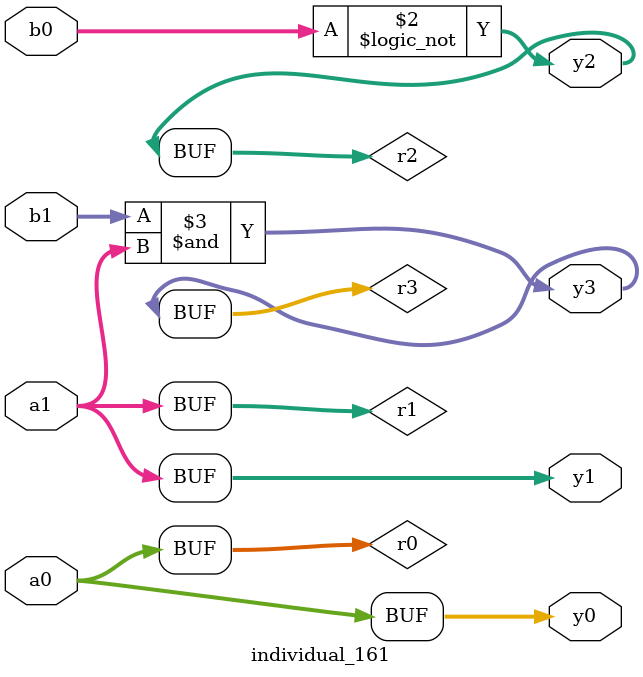
<source format=sv>
module individual_161(input logic [15:0] a1, input logic [15:0] a0, input logic [15:0] b1, input logic [15:0] b0, output logic [15:0] y3, output logic [15:0] y2, output logic [15:0] y1, output logic [15:0] y0);
logic [15:0] r0, r1, r2, r3; 
 always@(*) begin 
	 r0 = a0; r1 = a1; r2 = b0; r3 = b1; 
 	 r2 = ! r2 ;
 	 r3  &=  a1 ;
 	 y3 = r3; y2 = r2; y1 = r1; y0 = r0; 
end
endmodule
</source>
